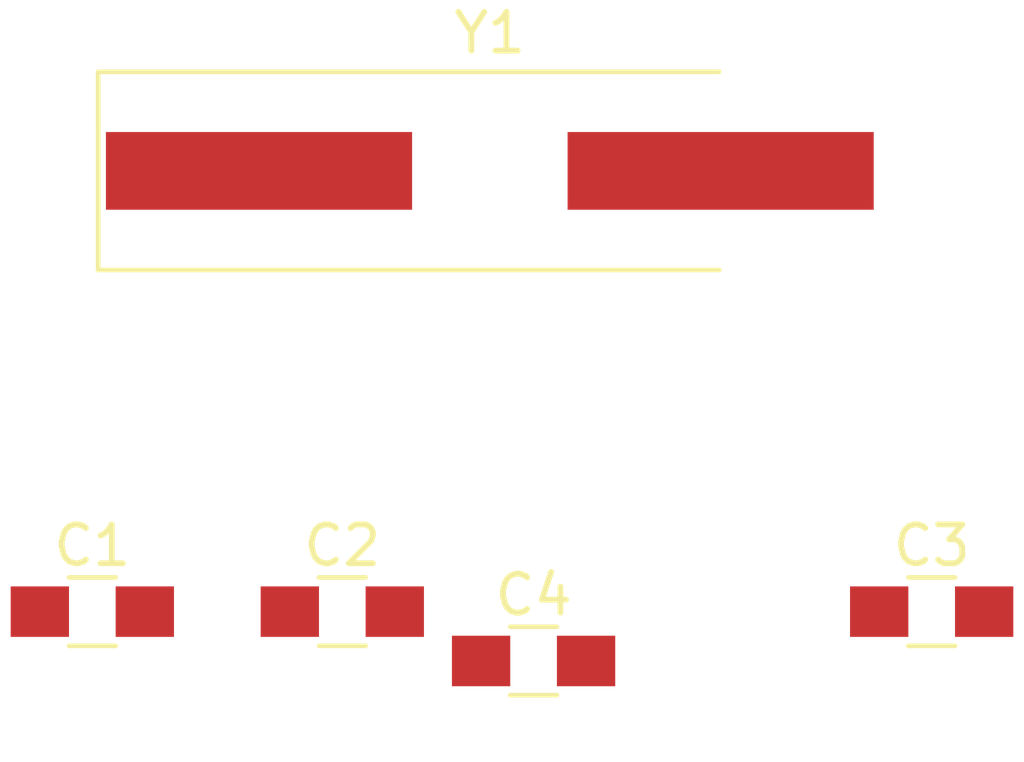
<source format=kicad_pcb>
(kicad_pcb (version 20171130) (host pcbnew "(5.0.2)-1")

  (general
    (thickness 1.6)
    (drawings 0)
    (tracks 0)
    (zones 0)
    (modules 5)
    (nets 6)
  )

  (page A4)
  (layers
    (0 F.Cu signal)
    (31 B.Cu signal)
    (32 B.Adhes user)
    (33 F.Adhes user)
    (34 B.Paste user)
    (35 F.Paste user)
    (36 B.SilkS user)
    (37 F.SilkS user)
    (38 B.Mask user)
    (39 F.Mask user)
    (40 Dwgs.User user)
    (41 Cmts.User user)
    (42 Eco1.User user)
    (43 Eco2.User user)
    (44 Edge.Cuts user)
    (45 Margin user)
    (46 B.CrtYd user)
    (47 F.CrtYd user)
    (48 B.Fab user)
    (49 F.Fab user)
  )

  (setup
    (last_trace_width 0.25)
    (trace_clearance 0.2)
    (zone_clearance 0.508)
    (zone_45_only no)
    (trace_min 0.2)
    (segment_width 0.2)
    (edge_width 0.15)
    (via_size 0.8)
    (via_drill 0.4)
    (via_min_size 0.4)
    (via_min_drill 0.3)
    (uvia_size 0.3)
    (uvia_drill 0.1)
    (uvias_allowed no)
    (uvia_min_size 0.2)
    (uvia_min_drill 0.1)
    (pcb_text_width 0.3)
    (pcb_text_size 1.5 1.5)
    (mod_edge_width 0.15)
    (mod_text_size 1 1)
    (mod_text_width 0.15)
    (pad_size 1.524 1.524)
    (pad_drill 0.762)
    (pad_to_mask_clearance 0.051)
    (solder_mask_min_width 0.25)
    (aux_axis_origin 0 0)
    (visible_elements FFFFFF7F)
    (pcbplotparams
      (layerselection 0x010fc_ffffffff)
      (usegerberextensions false)
      (usegerberattributes false)
      (usegerberadvancedattributes false)
      (creategerberjobfile false)
      (excludeedgelayer true)
      (linewidth 0.100000)
      (plotframeref false)
      (viasonmask false)
      (mode 1)
      (useauxorigin false)
      (hpglpennumber 1)
      (hpglpenspeed 20)
      (hpglpendiameter 15.000000)
      (psnegative false)
      (psa4output false)
      (plotreference true)
      (plotvalue true)
      (plotinvisibletext false)
      (padsonsilk false)
      (subtractmaskfromsilk false)
      (outputformat 1)
      (mirror false)
      (drillshape 1)
      (scaleselection 1)
      (outputdirectory ""))
  )

  (net 0 "")
  (net 1 GND)
  (net 2 /RCC_OSC_IN)
  (net 3 "Net-(C2-Pad1)")
  (net 4 /RCC_OSC_OUT)
  (net 5 "Net-(C4-Pad1)")

  (net_class Default "This is the default net class."
    (clearance 0.2)
    (trace_width 0.25)
    (via_dia 0.8)
    (via_drill 0.4)
    (uvia_dia 0.3)
    (uvia_drill 0.1)
    (add_net /RCC_OSC_IN)
    (add_net /RCC_OSC_OUT)
    (add_net GND)
    (add_net "Net-(C2-Pad1)")
    (add_net "Net-(C4-Pad1)")
  )

  (module Crystals:Crystal_SMD_HC49-SD_HandSoldering (layer F.Cu) (tedit 58CD2E9D) (tstamp 5C6DC3F4)
    (at 29.275001 22.945001)
    (descr "SMD Crystal HC-49-SD http://cdn-reichelt.de/documents/datenblatt/B400/xxx-HC49-SMD.pdf, hand-soldering, 11.4x4.7mm^2 package")
    (tags "SMD SMT crystal hand-soldering")
    (path /5C6DBF95)
    (attr smd)
    (fp_text reference Y1 (at 0 -3.55) (layer F.SilkS)
      (effects (font (size 1 1) (thickness 0.15)))
    )
    (fp_text value Crystal (at 0 3.55) (layer F.Fab)
      (effects (font (size 1 1) (thickness 0.15)))
    )
    (fp_arc (start 3.015 0) (end 3.015 -2.115) (angle 180) (layer F.Fab) (width 0.1))
    (fp_arc (start -3.015 0) (end -3.015 -2.115) (angle -180) (layer F.Fab) (width 0.1))
    (fp_line (start 10.2 -2.6) (end -10.2 -2.6) (layer F.CrtYd) (width 0.05))
    (fp_line (start 10.2 2.6) (end 10.2 -2.6) (layer F.CrtYd) (width 0.05))
    (fp_line (start -10.2 2.6) (end 10.2 2.6) (layer F.CrtYd) (width 0.05))
    (fp_line (start -10.2 -2.6) (end -10.2 2.6) (layer F.CrtYd) (width 0.05))
    (fp_line (start -10.075 2.55) (end 5.9 2.55) (layer F.SilkS) (width 0.12))
    (fp_line (start -10.075 -2.55) (end -10.075 2.55) (layer F.SilkS) (width 0.12))
    (fp_line (start 5.9 -2.55) (end -10.075 -2.55) (layer F.SilkS) (width 0.12))
    (fp_line (start -3.015 2.115) (end 3.015 2.115) (layer F.Fab) (width 0.1))
    (fp_line (start -3.015 -2.115) (end 3.015 -2.115) (layer F.Fab) (width 0.1))
    (fp_line (start 5.7 -2.35) (end -5.7 -2.35) (layer F.Fab) (width 0.1))
    (fp_line (start 5.7 2.35) (end 5.7 -2.35) (layer F.Fab) (width 0.1))
    (fp_line (start -5.7 2.35) (end 5.7 2.35) (layer F.Fab) (width 0.1))
    (fp_line (start -5.7 -2.35) (end -5.7 2.35) (layer F.Fab) (width 0.1))
    (fp_text user %R (at 0 0) (layer F.Fab)
      (effects (font (size 1 1) (thickness 0.15)))
    )
    (pad 2 smd rect (at 5.9375 0) (size 7.875 2) (layers F.Cu F.Paste F.Mask)
      (net 4 /RCC_OSC_OUT))
    (pad 1 smd rect (at -5.9375 0) (size 7.875 2) (layers F.Cu F.Paste F.Mask)
      (net 2 /RCC_OSC_IN))
    (model ${KISYS3DMOD}/Crystals.3dshapes/Crystal_SMD_HC49-SD_HandSoldering.wrl
      (at (xyz 0 0 0))
      (scale (xyz 1 1 1))
      (rotate (xyz 0 0 0))
    )
  )

  (module Resistors_SMD:R_0805_HandSoldering (layer F.Cu) (tedit 58E0A804) (tstamp 5C6DC3DE)
    (at 30.4 35.56)
    (descr "Resistor SMD 0805, hand soldering")
    (tags "resistor 0805")
    (path /5C6DC46D)
    (attr smd)
    (fp_text reference C4 (at 0 -1.7) (layer F.SilkS)
      (effects (font (size 1 1) (thickness 0.15)))
    )
    (fp_text value 4.3pF (at 0 1.75) (layer F.Fab)
      (effects (font (size 1 1) (thickness 0.15)))
    )
    (fp_text user %R (at 0 0) (layer F.Fab)
      (effects (font (size 0.5 0.5) (thickness 0.075)))
    )
    (fp_line (start -1 0.62) (end -1 -0.62) (layer F.Fab) (width 0.1))
    (fp_line (start 1 0.62) (end -1 0.62) (layer F.Fab) (width 0.1))
    (fp_line (start 1 -0.62) (end 1 0.62) (layer F.Fab) (width 0.1))
    (fp_line (start -1 -0.62) (end 1 -0.62) (layer F.Fab) (width 0.1))
    (fp_line (start 0.6 0.88) (end -0.6 0.88) (layer F.SilkS) (width 0.12))
    (fp_line (start -0.6 -0.88) (end 0.6 -0.88) (layer F.SilkS) (width 0.12))
    (fp_line (start -2.35 -0.9) (end 2.35 -0.9) (layer F.CrtYd) (width 0.05))
    (fp_line (start -2.35 -0.9) (end -2.35 0.9) (layer F.CrtYd) (width 0.05))
    (fp_line (start 2.35 0.9) (end 2.35 -0.9) (layer F.CrtYd) (width 0.05))
    (fp_line (start 2.35 0.9) (end -2.35 0.9) (layer F.CrtYd) (width 0.05))
    (pad 1 smd rect (at -1.35 0) (size 1.5 1.3) (layers F.Cu F.Paste F.Mask)
      (net 5 "Net-(C4-Pad1)"))
    (pad 2 smd rect (at 1.35 0) (size 1.5 1.3) (layers F.Cu F.Paste F.Mask)
      (net 1 GND))
    (model ${KISYS3DMOD}/Resistors_SMD.3dshapes/R_0805.wrl
      (at (xyz 0 0 0))
      (scale (xyz 1 1 1))
      (rotate (xyz 0 0 0))
    )
  )

  (module Resistors_SMD:R_0805_HandSoldering (layer F.Cu) (tedit 58E0A804) (tstamp 5C6DC3CD)
    (at 40.64 34.29)
    (descr "Resistor SMD 0805, hand soldering")
    (tags "resistor 0805")
    (path /5C6DC04E)
    (attr smd)
    (fp_text reference C3 (at 0 -1.7) (layer F.SilkS)
      (effects (font (size 1 1) (thickness 0.15)))
    )
    (fp_text value 20pF (at 0 1.75) (layer F.Fab)
      (effects (font (size 1 1) (thickness 0.15)))
    )
    (fp_line (start 2.35 0.9) (end -2.35 0.9) (layer F.CrtYd) (width 0.05))
    (fp_line (start 2.35 0.9) (end 2.35 -0.9) (layer F.CrtYd) (width 0.05))
    (fp_line (start -2.35 -0.9) (end -2.35 0.9) (layer F.CrtYd) (width 0.05))
    (fp_line (start -2.35 -0.9) (end 2.35 -0.9) (layer F.CrtYd) (width 0.05))
    (fp_line (start -0.6 -0.88) (end 0.6 -0.88) (layer F.SilkS) (width 0.12))
    (fp_line (start 0.6 0.88) (end -0.6 0.88) (layer F.SilkS) (width 0.12))
    (fp_line (start -1 -0.62) (end 1 -0.62) (layer F.Fab) (width 0.1))
    (fp_line (start 1 -0.62) (end 1 0.62) (layer F.Fab) (width 0.1))
    (fp_line (start 1 0.62) (end -1 0.62) (layer F.Fab) (width 0.1))
    (fp_line (start -1 0.62) (end -1 -0.62) (layer F.Fab) (width 0.1))
    (fp_text user %R (at 0 0) (layer F.Fab)
      (effects (font (size 0.5 0.5) (thickness 0.075)))
    )
    (pad 2 smd rect (at 1.35 0) (size 1.5 1.3) (layers F.Cu F.Paste F.Mask)
      (net 1 GND))
    (pad 1 smd rect (at -1.35 0) (size 1.5 1.3) (layers F.Cu F.Paste F.Mask)
      (net 4 /RCC_OSC_OUT))
    (model ${KISYS3DMOD}/Resistors_SMD.3dshapes/R_0805.wrl
      (at (xyz 0 0 0))
      (scale (xyz 1 1 1))
      (rotate (xyz 0 0 0))
    )
  )

  (module Resistors_SMD:R_0805_HandSoldering (layer F.Cu) (tedit 58E0A804) (tstamp 5C6DC3BC)
    (at 25.48 34.29)
    (descr "Resistor SMD 0805, hand soldering")
    (tags "resistor 0805")
    (path /5C6DC439)
    (attr smd)
    (fp_text reference C2 (at 0 -1.7) (layer F.SilkS)
      (effects (font (size 1 1) (thickness 0.15)))
    )
    (fp_text value 4.3pF (at 0 1.75) (layer F.Fab)
      (effects (font (size 1 1) (thickness 0.15)))
    )
    (fp_text user %R (at 0 0) (layer F.Fab)
      (effects (font (size 0.5 0.5) (thickness 0.075)))
    )
    (fp_line (start -1 0.62) (end -1 -0.62) (layer F.Fab) (width 0.1))
    (fp_line (start 1 0.62) (end -1 0.62) (layer F.Fab) (width 0.1))
    (fp_line (start 1 -0.62) (end 1 0.62) (layer F.Fab) (width 0.1))
    (fp_line (start -1 -0.62) (end 1 -0.62) (layer F.Fab) (width 0.1))
    (fp_line (start 0.6 0.88) (end -0.6 0.88) (layer F.SilkS) (width 0.12))
    (fp_line (start -0.6 -0.88) (end 0.6 -0.88) (layer F.SilkS) (width 0.12))
    (fp_line (start -2.35 -0.9) (end 2.35 -0.9) (layer F.CrtYd) (width 0.05))
    (fp_line (start -2.35 -0.9) (end -2.35 0.9) (layer F.CrtYd) (width 0.05))
    (fp_line (start 2.35 0.9) (end 2.35 -0.9) (layer F.CrtYd) (width 0.05))
    (fp_line (start 2.35 0.9) (end -2.35 0.9) (layer F.CrtYd) (width 0.05))
    (pad 1 smd rect (at -1.35 0) (size 1.5 1.3) (layers F.Cu F.Paste F.Mask)
      (net 3 "Net-(C2-Pad1)"))
    (pad 2 smd rect (at 1.35 0) (size 1.5 1.3) (layers F.Cu F.Paste F.Mask)
      (net 1 GND))
    (model ${KISYS3DMOD}/Resistors_SMD.3dshapes/R_0805.wrl
      (at (xyz 0 0 0))
      (scale (xyz 1 1 1))
      (rotate (xyz 0 0 0))
    )
  )

  (module Resistors_SMD:R_0805_HandSoldering (layer F.Cu) (tedit 58E0A804) (tstamp 5C6DC3AB)
    (at 19.05 34.29)
    (descr "Resistor SMD 0805, hand soldering")
    (tags "resistor 0805")
    (path /5C6DBFE9)
    (attr smd)
    (fp_text reference C1 (at 0 -1.7) (layer F.SilkS)
      (effects (font (size 1 1) (thickness 0.15)))
    )
    (fp_text value 20pF (at 0 1.75) (layer F.Fab)
      (effects (font (size 1 1) (thickness 0.15)))
    )
    (fp_line (start 2.35 0.9) (end -2.35 0.9) (layer F.CrtYd) (width 0.05))
    (fp_line (start 2.35 0.9) (end 2.35 -0.9) (layer F.CrtYd) (width 0.05))
    (fp_line (start -2.35 -0.9) (end -2.35 0.9) (layer F.CrtYd) (width 0.05))
    (fp_line (start -2.35 -0.9) (end 2.35 -0.9) (layer F.CrtYd) (width 0.05))
    (fp_line (start -0.6 -0.88) (end 0.6 -0.88) (layer F.SilkS) (width 0.12))
    (fp_line (start 0.6 0.88) (end -0.6 0.88) (layer F.SilkS) (width 0.12))
    (fp_line (start -1 -0.62) (end 1 -0.62) (layer F.Fab) (width 0.1))
    (fp_line (start 1 -0.62) (end 1 0.62) (layer F.Fab) (width 0.1))
    (fp_line (start 1 0.62) (end -1 0.62) (layer F.Fab) (width 0.1))
    (fp_line (start -1 0.62) (end -1 -0.62) (layer F.Fab) (width 0.1))
    (fp_text user %R (at 0 0) (layer F.Fab)
      (effects (font (size 0.5 0.5) (thickness 0.075)))
    )
    (pad 2 smd rect (at 1.35 0) (size 1.5 1.3) (layers F.Cu F.Paste F.Mask)
      (net 1 GND))
    (pad 1 smd rect (at -1.35 0) (size 1.5 1.3) (layers F.Cu F.Paste F.Mask)
      (net 2 /RCC_OSC_IN))
    (model ${KISYS3DMOD}/Resistors_SMD.3dshapes/R_0805.wrl
      (at (xyz 0 0 0))
      (scale (xyz 1 1 1))
      (rotate (xyz 0 0 0))
    )
  )

)

</source>
